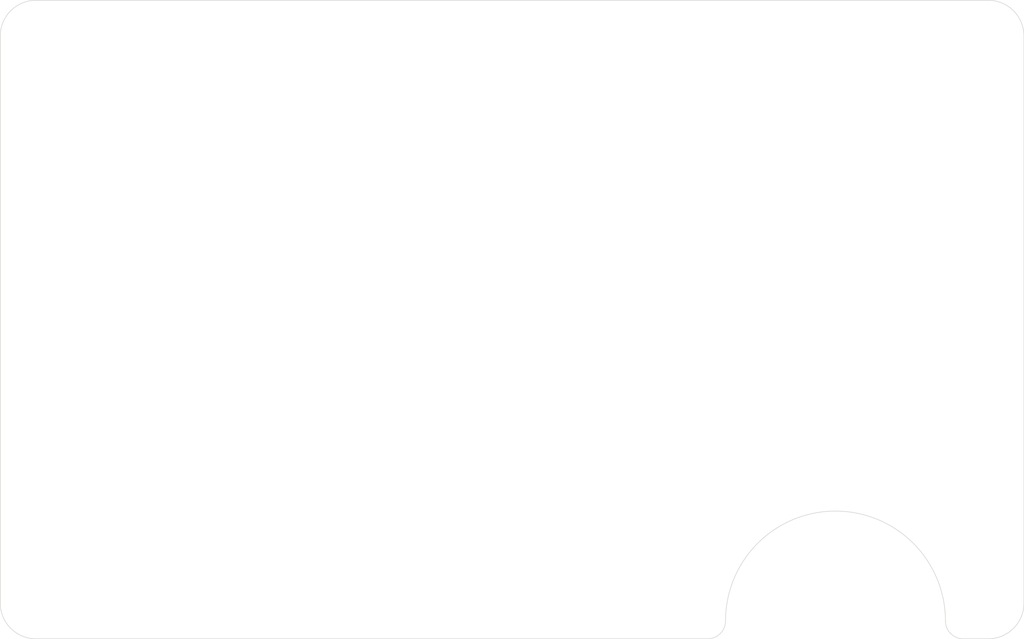
<source format=kicad_pcb>
(kicad_pcb (version 20171130) (host pcbnew 5.1.5+dfsg1-2build2)

  (general
    (thickness 1.6)
    (drawings 12)
    (tracks 0)
    (zones 0)
    (modules 7)
    (nets 1)
  )

  (page A4)
  (layers
    (0 F.Cu signal)
    (31 B.Cu signal)
    (32 B.Adhes user)
    (33 F.Adhes user)
    (34 B.Paste user)
    (35 F.Paste user)
    (36 B.SilkS user)
    (37 F.SilkS user)
    (38 B.Mask user)
    (39 F.Mask user)
    (40 Dwgs.User user)
    (41 Cmts.User user)
    (42 Eco1.User user)
    (43 Eco2.User user)
    (44 Edge.Cuts user)
    (45 Margin user)
    (46 B.CrtYd user)
    (47 F.CrtYd user)
    (48 B.Fab user)
    (49 F.Fab user hide)
  )

  (setup
    (last_trace_width 0.25)
    (trace_clearance 0.2)
    (zone_clearance 0.508)
    (zone_45_only no)
    (trace_min 0.2)
    (via_size 0.8)
    (via_drill 0.4)
    (via_min_size 0.4)
    (via_min_drill 0.3)
    (uvia_size 0.3)
    (uvia_drill 0.1)
    (uvias_allowed no)
    (uvia_min_size 0.2)
    (uvia_min_drill 0.1)
    (edge_width 0.05)
    (segment_width 0.2)
    (pcb_text_width 0.3)
    (pcb_text_size 1.5 1.5)
    (mod_edge_width 0.12)
    (mod_text_size 1 1)
    (mod_text_width 0.15)
    (pad_size 2.999999 2.999999)
    (pad_drill 2.999999)
    (pad_to_mask_clearance 0.051)
    (solder_mask_min_width 0.25)
    (aux_axis_origin 0 0)
    (visible_elements FFFFFF7F)
    (pcbplotparams
      (layerselection 0x010fc_ffffffff)
      (usegerberextensions false)
      (usegerberattributes false)
      (usegerberadvancedattributes false)
      (creategerberjobfile false)
      (excludeedgelayer true)
      (linewidth 0.100000)
      (plotframeref false)
      (viasonmask false)
      (mode 1)
      (useauxorigin false)
      (hpglpennumber 1)
      (hpglpenspeed 20)
      (hpglpendiameter 15.000000)
      (psnegative false)
      (psa4output false)
      (plotreference true)
      (plotvalue true)
      (plotinvisibletext false)
      (padsonsilk false)
      (subtractmaskfromsilk false)
      (outputformat 1)
      (mirror false)
      (drillshape 1)
      (scaleselection 1)
      (outputdirectory ""))
  )

  (net 0 "")

  (net_class Default "This is the default net class."
    (clearance 0.2)
    (trace_width 0.25)
    (via_dia 0.8)
    (via_drill 0.4)
    (uvia_dia 0.3)
    (uvia_drill 0.1)
  )

  (module ridge_wallet:MountingHole_2.5mm (layer F.Cu) (tedit 5F7CF067) (tstamp 5F768D7B)
    (at 82.55 -3.556)
    (descr "Mounting Hole 2.5mm, no annular")
    (tags "mounting hole 2.5mm no annular")
    (path /5F765FA9)
    (attr virtual)
    (fp_text reference H7 (at 0 -3.5) (layer F.SilkS) hide
      (effects (font (size 1 1) (thickness 0.15)))
    )
    (fp_text value MountingHole (at 0 3.5) (layer F.Fab)
      (effects (font (size 1 1) (thickness 0.15)))
    )
    (fp_circle (center 0 0) (end 2.75 0) (layer F.CrtYd) (width 0.05))
    (fp_circle (center 0 0) (end 2.5 0) (layer Cmts.User) (width 0.15))
    (fp_text user %R (at 0.3 0) (layer F.Fab)
      (effects (font (size 1 1) (thickness 0.15)))
    )
    (pad "" np_thru_hole circle (at 0 0) (size 3 3) (drill 3) (layers *.Cu *.Mask)
      (solder_mask_margin 0.4) (clearance 0.127))
  )

  (module ridge_wallet:MountingHole_2.5mm (layer F.Cu) (tedit 5F7CF067) (tstamp 5F7CF3EA)
    (at 82.55 -50.1904)
    (descr "Mounting Hole 2.5mm, no annular")
    (tags "mounting hole 2.5mm no annular")
    (path /5F764215)
    (attr virtual)
    (fp_text reference H6 (at 0 -3.5) (layer F.SilkS) hide
      (effects (font (size 1 1) (thickness 0.15)))
    )
    (fp_text value MountingHole (at 0 3.5) (layer F.Fab)
      (effects (font (size 1 1) (thickness 0.15)))
    )
    (fp_circle (center 0 0) (end 2.75 0) (layer F.CrtYd) (width 0.05))
    (fp_circle (center 0 0) (end 2.5 0) (layer Cmts.User) (width 0.15))
    (fp_text user %R (at 0.3 0) (layer F.Fab)
      (effects (font (size 1 1) (thickness 0.15)))
    )
    (pad "" np_thru_hole circle (at 0 0) (size 3 3) (drill 3) (layers *.Cu *.Mask)
      (solder_mask_margin 0.4) (clearance 0.127))
  )

  (module ridge_wallet:MountingHole_2.5mm (layer F.Cu) (tedit 5F7CF067) (tstamp 5F768D6B)
    (at 56.515 -3.556)
    (descr "Mounting Hole 2.5mm, no annular")
    (tags "mounting hole 2.5mm no annular")
    (path /5F765CA5)
    (attr virtual)
    (fp_text reference H5 (at 0 -3.5) (layer F.SilkS) hide
      (effects (font (size 1 1) (thickness 0.15)))
    )
    (fp_text value MountingHole (at 0 3.5) (layer F.Fab)
      (effects (font (size 1 1) (thickness 0.15)))
    )
    (fp_circle (center 0 0) (end 2.75 0) (layer F.CrtYd) (width 0.05))
    (fp_circle (center 0 0) (end 2.5 0) (layer Cmts.User) (width 0.15))
    (fp_text user %R (at 0.3 0) (layer F.Fab)
      (effects (font (size 1 1) (thickness 0.15)))
    )
    (pad "" np_thru_hole circle (at 0 0) (size 3 3) (drill 3) (layers *.Cu *.Mask)
      (solder_mask_margin 0.4) (clearance 0.127))
  )

  (module ridge_wallet:MountingHole_2.5mm (layer F.Cu) (tedit 5F7CF067) (tstamp 5F768D63)
    (at 43.05 -50.1904)
    (descr "Mounting Hole 2.5mm, no annular")
    (tags "mounting hole 2.5mm no annular")
    (path /5F763F01)
    (attr virtual)
    (fp_text reference H4 (at 0 -3.5) (layer F.SilkS) hide
      (effects (font (size 1 1) (thickness 0.15)))
    )
    (fp_text value MountingHole (at 0 3.5) (layer F.Fab)
      (effects (font (size 1 1) (thickness 0.15)))
    )
    (fp_circle (center 0 0) (end 2.75 0) (layer F.CrtYd) (width 0.05))
    (fp_circle (center 0 0) (end 2.5 0) (layer Cmts.User) (width 0.15))
    (fp_text user %R (at 0.3 0) (layer F.Fab)
      (effects (font (size 1 1) (thickness 0.15)))
    )
    (pad "" np_thru_hole circle (at 0 0) (size 3 3) (drill 3) (layers *.Cu *.Mask)
      (solder_mask_margin 0.4) (clearance 0.127))
  )

  (module ridge_wallet:MountingHole_2.5mm (layer F.Cu) (tedit 5F7CF112) (tstamp 5F768D5B)
    (at 27.432 -3.556)
    (descr "Mounting Hole 2.5mm, no annular")
    (tags "mounting hole 2.5mm no annular")
    (path /5F765A53)
    (attr virtual)
    (fp_text reference H3 (at 0 -3.5) (layer F.SilkS) hide
      (effects (font (size 1 1) (thickness 0.15)))
    )
    (fp_text value MountingHole (at 0 3.5) (layer F.Fab)
      (effects (font (size 1 1) (thickness 0.15)))
    )
    (fp_circle (center 0 0) (end 2.75 0) (layer F.CrtYd) (width 0.05))
    (fp_circle (center 0 0) (end 2.5 0) (layer Cmts.User) (width 0.15))
    (fp_text user %R (at 0.3 0) (layer F.Fab)
      (effects (font (size 1 1) (thickness 0.15)))
    )
    (pad "" np_thru_hole circle (at -0.0224 0) (size 2.999999 2.999999) (drill 2.999999) (layers *.Cu *.Mask)
      (solder_mask_margin 0.4) (clearance 0.127))
  )

  (module ridge_wallet:MountingHole_2.5mm (layer F.Cu) (tedit 5F7CF067) (tstamp 5F768D53)
    (at 3.302 -50.1904)
    (descr "Mounting Hole 2.5mm, no annular")
    (tags "mounting hole 2.5mm no annular")
    (path /5F7651B9)
    (attr virtual)
    (fp_text reference H2 (at 0 -3.5) (layer F.SilkS) hide
      (effects (font (size 1 1) (thickness 0.15)))
    )
    (fp_text value MountingHole (at 0 3.5) (layer F.Fab)
      (effects (font (size 1 1) (thickness 0.15)))
    )
    (fp_circle (center 0 0) (end 2.75 0) (layer F.CrtYd) (width 0.05))
    (fp_circle (center 0 0) (end 2.5 0) (layer Cmts.User) (width 0.15))
    (fp_text user %R (at 0.3 0) (layer F.Fab)
      (effects (font (size 1 1) (thickness 0.15)))
    )
    (pad "" np_thru_hole circle (at 0 0) (size 3 3) (drill 3) (layers *.Cu *.Mask)
      (solder_mask_margin 0.4) (clearance 0.127))
  )

  (module ridge_wallet:MountingHole_2.5mm (layer F.Cu) (tedit 5F7CF067) (tstamp 5F768D4B)
    (at 3.302 -3.556)
    (descr "Mounting Hole 2.5mm, no annular")
    (tags "mounting hole 2.5mm no annular")
    (path /5F763A31)
    (attr virtual)
    (fp_text reference H1 (at 0 -3.5) (layer F.SilkS) hide
      (effects (font (size 1 1) (thickness 0.15)))
    )
    (fp_text value MountingHole (at 0 3.5) (layer F.Fab)
      (effects (font (size 1 1) (thickness 0.15)))
    )
    (fp_circle (center 0 0) (end 2.75 0) (layer F.CrtYd) (width 0.05))
    (fp_circle (center 0 0) (end 2.5 0) (layer Cmts.User) (width 0.15))
    (fp_text user %R (at 0.3 0) (layer F.Fab)
      (effects (font (size 1 1) (thickness 0.15)))
    )
    (pad "" np_thru_hole circle (at 0 0) (size 3 3) (drill 3) (layers *.Cu *.Mask)
      (solder_mask_margin 0.4) (clearance 0.127))
  )

  (gr_arc (start 70.25 -1.5) (end 79.5 -1.5) (angle -180) (layer Edge.Cuts) (width 0.05))
  (gr_arc (start 81 -1.5) (end 79.5 -1.5) (angle -90) (layer Edge.Cuts) (width 0.05) (tstamp 5F7CE76A))
  (gr_arc (start 59.5 -1.5) (end 59.5 0) (angle -90) (layer Edge.Cuts) (width 0.05))
  (gr_line (start 81 0) (end 83.1 0) (layer Edge.Cuts) (width 0.05) (tstamp 5F76929D))
  (gr_arc (start 3 -50.7476) (end 3 -53.7476) (angle -90) (layer Edge.Cuts) (width 0.05) (tstamp 5F769240))
  (gr_arc (start 83.1 -50.7476) (end 86.1 -50.7476) (angle -90) (layer Edge.Cuts) (width 0.05) (tstamp 5F769240))
  (gr_arc (start 83.1 -3) (end 83.1 0) (angle -90) (layer Edge.Cuts) (width 0.05) (tstamp 5F769240))
  (gr_arc (start 3 -3) (end 0 -3) (angle -90) (layer Edge.Cuts) (width 0.05))
  (gr_line (start 59.5 0) (end 3 0) (layer Edge.Cuts) (width 0.05) (tstamp 5F768D12))
  (gr_line (start 86.1 -50.7476) (end 86.1 -3) (layer Edge.Cuts) (width 0.05) (tstamp 5F7CF3F9))
  (gr_line (start 3 -53.7476) (end 83.1 -53.7476) (layer Edge.Cuts) (width 0.05))
  (gr_line (start 0 -3) (end 0 -50.7476) (layer Edge.Cuts) (width 0.05))

)

</source>
